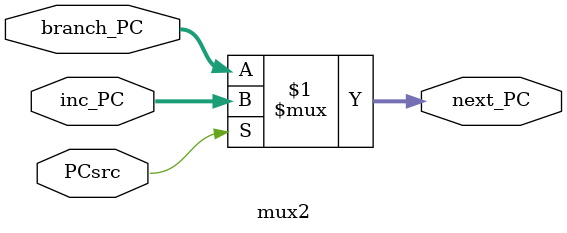
<source format=sv>
module mux2 #(
    parameter ADDR_WIDTH = 12
) (
    input   logic [ADDR_WIDTH-1:0]  branch_PC,
    input   logic [ADDR_WIDTH-1:0]  inc_PC,
    input   logic                   PCsrc,
    output  logic [ADDR_WIDTH-1:0]  next_PC
);


    assign next_PC = PCsrc ? inc_PC : branch_PC;

endmodule

</source>
